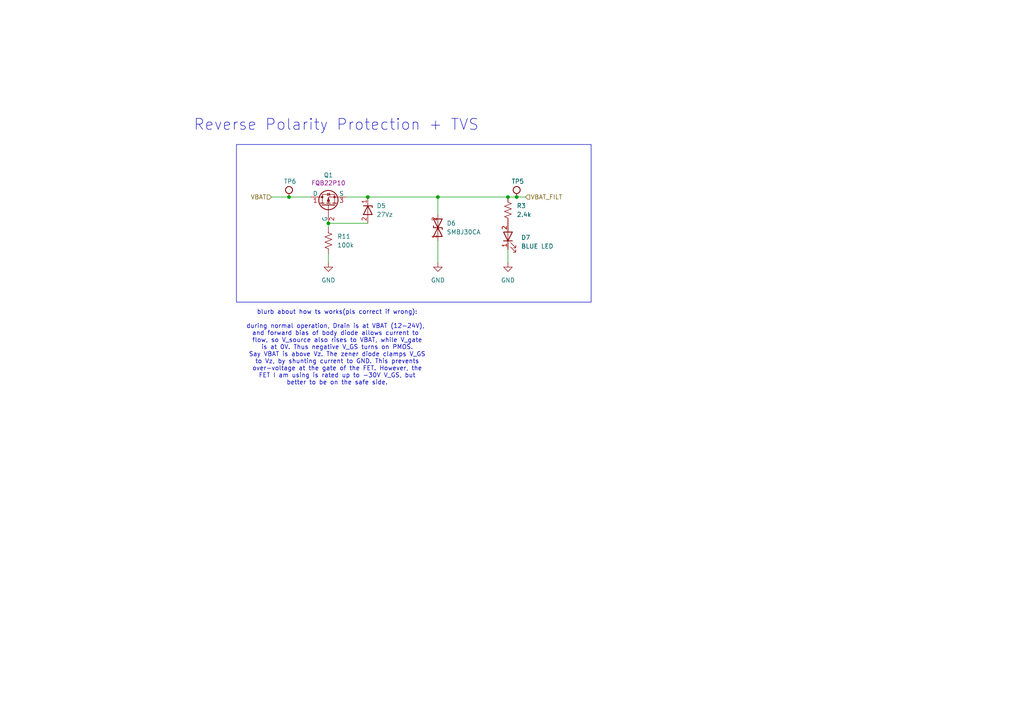
<source format=kicad_sch>
(kicad_sch (version 20250114) (generator "eeschema") (generator_version "9.0")
  (paper "A4")
  (lib_symbols
    (symbol ".Test-Point:RH-5015" (pin_numbers (hide yes)) (pin_names (hide yes))
      (property "Reference" "TP" (at 0 -15.24 0))
      (property "Value" "RH-5015" (at 0 -11.43 0))
      (symbol "RH-5015_1_1"
        (circle (center 0 2.032) (radius 1.016) (stroke (width 0.254)))
        (pin passive line (at 0 0 90) (length 0.9906) (name "1") (number "1"))
      )
    )
    (symbol "BFR Resistors:RMCF0603FT100K" (pin_numbers (hide yes))
      (property "Reference" "R" (at 0 2.54 0))
      (property "Value" "100k" (at 1.27 2.54 0))
      (symbol "RMCF0603FT100K_0_1"
        (polyline (pts (xy -2.286 0) (xy -2.54 0)))
        (polyline (pts (xy -2.286 0) (xy -1.905 1.016) (xy -1.524 0) (xy -1.143 -1.016) (xy -0.762 0)))
        (polyline (pts (xy -0.762 0) (xy -0.381 1.016) (xy 0 0) (xy 0.381 -1.016) (xy 0.762 0)))
        (polyline (pts (xy 0.762 0) (xy 1.143 1.016) (xy 1.524 0) (xy 1.905 -1.016) (xy 2.286 0)))
        (polyline (pts (xy 2.286 0) (xy 2.54 0)))
      )
      (symbol "RMCF0603FT100K_1_1"
        (pin passive line (at -3.81 0 0) (length 1.27) (name "~") (number "1"))
        (pin passive line (at 3.81 0 180) (length 1.27) (name "~") (number "2"))
      )
    )
    (symbol "BFR Resistors:RMCF0603FT2K40" (pin_numbers (hide yes))
      (property "Reference" "R" (at 0 2.54 0))
      (property "Value" "2.4k" (at 1.27 2.54 0))
      (symbol "RMCF0603FT2K40_0_1"
        (polyline (pts (xy -2.286 0) (xy -2.54 0)))
        (polyline (pts (xy -2.286 0) (xy -1.905 1.016) (xy -1.524 0) (xy -1.143 -1.016) (xy -0.762 0)))
        (polyline (pts (xy -0.762 0) (xy -0.381 1.016) (xy 0 0) (xy 0.381 -1.016) (xy 0.762 0)))
        (polyline (pts (xy 0.762 0) (xy 1.143 1.016) (xy 1.524 0) (xy 1.905 -1.016) (xy 2.286 0)))
        (polyline (pts (xy 2.286 0) (xy 2.54 0)))
      )
      (symbol "RMCF0603FT2K40_1_1"
        (pin passive line (at -3.81 0 0) (length 1.27) (name "~") (number "1"))
        (pin passive line (at 3.81 0 180) (length 1.27) (name "~") (number "2"))
      )
    )
    (symbol "Device:D_TVS" (pin_names (offset 1.016) (hide yes))
      (property "Reference" "D" (at 0 2.54 0))
      (property "Value" "D_TVS" (at 0 -2.54 0))
      (symbol "D_TVS_0_1"
        (polyline (pts (xy -2.54 1.27) (xy -2.54 -1.27) (xy 2.54 1.27) (xy 2.54 -1.27) (xy -2.54 1.27)) (stroke (width 0.254)))
        (polyline (pts (xy 0.508 1.27) (xy 0 1.27) (xy 0 -1.27) (xy -0.508 -1.27)) (stroke (width 0.254)))
        (polyline (pts (xy 1.27 0) (xy -1.27 0)))
      )
      (symbol "D_TVS_1_1"
        (pin passive line (at -3.81 0 0) (length 2.54) (name "A1") (number "1"))
        (pin passive line (at 3.81 0 180) (length 2.54) (name "A2") (number "2"))
      )
    )
    (symbol "Device:D_Zener" (pin_names (offset 1.016) (hide yes))
      (property "Reference" "D" (at 0 2.54 0))
      (property "Value" "D_Zener" (at 0 -2.54 0))
      (symbol "D_Zener_0_1"
        (polyline (pts (xy -1.27 -1.27) (xy -1.27 1.27) (xy -0.762 1.27)) (stroke (width 0.254)))
        (polyline (pts (xy 1.27 0) (xy -1.27 0)))
        (polyline (pts (xy 1.27 -1.27) (xy 1.27 1.27) (xy -1.27 0) (xy 1.27 -1.27)) (stroke (width 0.254)))
      )
      (symbol "D_Zener_1_1"
        (pin passive line (at -3.81 0 0) (length 2.54) (name "K") (number "1"))
        (pin passive line (at 3.81 0 180) (length 2.54) (name "A") (number "2"))
      )
    )
    (symbol "Device:LED" (pin_names (offset 1.016) (hide yes))
      (property "Reference" "D" (at 0 2.54 0))
      (property "Value" "LED" (at 0 -2.54 0))
      (symbol "LED_0_1"
        (polyline (pts (xy -3.048 -0.762) (xy -4.572 -2.286) (xy -3.81 -2.286) (xy -4.572 -2.286) (xy -4.572 -1.524)))
        (polyline (pts (xy -1.778 -0.762) (xy -3.302 -2.286) (xy -2.54 -2.286) (xy -3.302 -2.286) (xy -3.302 -1.524)))
        (polyline (pts (xy -1.27 0) (xy 1.27 0)))
        (polyline (pts (xy -1.27 -1.27) (xy -1.27 1.27)) (stroke (width 0.254)))
        (polyline (pts (xy 1.27 -1.27) (xy 1.27 1.27) (xy -1.27 0) (xy 1.27 -1.27)) (stroke (width 0.254)))
      )
      (symbol "LED_1_1"
        (pin passive line (at -3.81 0 0) (length 2.54) (name "K") (number "1"))
        (pin passive line (at 3.81 0 180) (length 2.54) (name "A") (number "2"))
      )
    )
    (symbol "Simulation_SPICE:PMOS" (pin_names (offset 0))
      (property "Reference" "Q" (at 5.08 1.27 0))
      (property "Value" "PMOS" (at 5.08 -1.27 0))
      (symbol "PMOS_0_1"
        (polyline (pts (xy 0.254 1.905) (xy 0.254 -1.905)) (stroke (width 0.254)))
        (polyline (pts (xy 0.254 0) (xy -2.54 0)))
        (polyline (pts (xy 0.762 2.286) (xy 0.762 1.27)) (stroke (width 0.254)))
        (polyline (pts (xy 0.762 1.778) (xy 3.302 1.778) (xy 3.302 -1.778) (xy 0.762 -1.778)))
        (polyline (pts (xy 0.762 0.508) (xy 0.762 -0.508)) (stroke (width 0.254)))
        (polyline (pts (xy 0.762 -1.27) (xy 0.762 -2.286)) (stroke (width 0.254)))
        (circle (center 1.651 0) (radius 2.794) (stroke (width 0.254)))
        (polyline (pts (xy 2.286 0) (xy 1.27 0.381) (xy 1.27 -0.381) (xy 2.286 0)) (fill (type outline)))
        (polyline (pts (xy 2.54 2.54) (xy 2.54 1.778)))
        (circle (center 2.54 1.778) (radius 0.254) (fill (type outline)))
        (circle (center 2.54 -1.778) (radius 0.254) (fill (type outline)))
        (polyline (pts (xy 2.54 -2.54) (xy 2.54 0) (xy 0.762 0)))
        (polyline (pts (xy 2.794 -0.508) (xy 2.921 -0.381) (xy 3.683 -0.381) (xy 3.81 -0.254)))
        (polyline (pts (xy 3.302 -0.381) (xy 2.921 0.254) (xy 3.683 0.254) (xy 3.302 -0.381)))
      )
      (symbol "PMOS_1_1"
        (pin input line (at -5.08 0 0) (length 2.54) (name "G") (number "2"))
        (pin passive line (at 2.54 5.08 270) (length 2.54) (name "D") (number "1"))
        (pin passive line (at 2.54 -5.08 90) (length 2.54) (name "S") (number "3"))
      )
    )
    (symbol "power:GND" (power) (pin_numbers (hide yes)) (pin_names (offset 0) (hide yes))
      (property "Value" "GND" (at 0 -3.81 0))
      (symbol "GND_0_1"
        (polyline (pts (xy 0 0) (xy 0 -1.27) (xy 1.27 -1.27) (xy 0 -2.54) (xy -1.27 -1.27) (xy 0 -1.27)))
      )
      (symbol "GND_1_1"
        (pin power_in line (at 0 0 270) (length 0) (name "~") (number "1"))
      )
    )
  )
  (rectangle (start 68.58 41.91) (end 171.45 87.63))
  (text "blurb about how ts works(pls correct if wrong):\n\nduring normal operation, Drain is at VBAT (12-24V), \nand forward bias of body diode allows current to \nflow, so V_source also rises to VBAT, while V_gate\nis at 0V. Thus negative V_GS turns on PMOS.\nSay VBAT is above Vz. The zener diode clamps V_GS\nto Vz, by shunting current to GND. This prevents\nover-voltage at the gate of the FET. However, the\nFET I am using is rated up to -30V V_GS, but\nbetter to be on the safe side.\n" (at 97.79 100.838 0) (effects (font (size 1.27 1.27))))
  (text "Reverse Polarity Protection + TVS\n\n" (at 97.536 38.862 0) (effects (font (size 3.175 3.175))))
  (junction (at 147.32 57.15))
  (junction (at 149.86 57.15))
  (junction (at 127 57.15))
  (junction (at 106.68 57.15))
  (junction (at 95.25 64.77))
  (junction (at 83.82 57.15))
  (wire (pts (xy 95.25 64.77) (xy 95.25 66.04)))
  (wire (pts (xy 127 57.15) (xy 147.32 57.15)))
  (wire (pts (xy 83.82 57.15) (xy 90.17 57.15)))
  (wire (pts (xy 78.74 57.15) (xy 83.82 57.15)))
  (wire (pts (xy 106.68 57.15) (xy 127 57.15)))
  (wire (pts (xy 95.25 64.77) (xy 106.68 64.77)))
  (wire (pts (xy 100.33 57.15) (xy 106.68 57.15)))
  (wire (pts (xy 147.32 57.15) (xy 149.86 57.15)))
  (wire (pts (xy 127 62.23) (xy 127 57.15)))
  (wire (pts (xy 149.86 57.15) (xy 152.4 57.15)))
  (wire (pts (xy 95.25 73.66) (xy 95.25 76.2)))
  (wire (pts (xy 147.32 72.39) (xy 147.32 76.2)))
  (wire (pts (xy 127 69.85) (xy 127 76.2)))
  (hierarchical_label "VBAT" (shape input) (at 78.74 57.15 180))
  (hierarchical_label "VBAT_FILT" (shape input) (at 152.4 57.15 0))
  (symbol (lib_id "Simulation_SPICE:PMOS") (at 95.25 59.69 90) (unit 1)
    (property "Reference" "Q1" (at 95.25 50.8 90))
    (property "Value" "PMOS" (effects (hide yes)))
    (property "Footprint" "FQB22P10:Untitled" (effects (hide yes)))
    (property "Datasheet" "https://www.onsemi.com/pdf/datasheet/fqb22p10-d.pdf" (effects (hide yes)))
    (property "Description" "P-MOSFET transistor, drain/source/gate" (effects (hide yes)))
    (property "Sim.Device" "PMOS" (effects (hide yes)))
    (property "Sim.Type" "VDMOS" (effects (hide yes)))
    (property "Sim.Pins" "1=D 2=G 3=S" (effects (hide yes)))
    (property "P/N" "FQB22P10" (at 95.25 53.086 90))
    (property "LCSC P/N" "C108357" (effects (hide yes)))
    (property "Mouser P/N" "512-FQB22P10TM" (effects (hide yes)))
  )
  (symbol (lib_id "Device:D_Zener") (at 106.68 60.96 270) (unit 1)
    (property "Reference" "D5" (at 109.22 59.6899 90) (effects (justify left)))
    (property "Value" "27Vz" (at 109.22 62.2299 90) (effects (justify left)))
    (property "Footprint" "Diode_SMD:D_SMA" (effects (hide yes)))
    (property "Datasheet" "https://www.mouser.com/datasheet/2/258/SMAF4735A_SMAF4764A_DO_221AC_-3536187.pdf" (effects (hide yes)))
    (property "Description" "Zener diode" (effects (hide yes)))
    (property "P/N" "SMAF4750A-TP " (effects (hide yes)))
    (property "Mouser P/N" "833-SMAF4750A-TP " (effects (hide yes)))
    (property "LCSC P/N" "C712317" (effects (hide yes)))
  )
  (symbol (lib_id ".Test-Point:RH-5015") (at 149.86 57.15 0) (unit 1)
    (property "Reference" "TP5" (at 148.3368 51.8937 0) (effects (justify left top)))
    (property "Value" "RH-5015" (effects (hide yes)))
    (property "Footprint" "TestPoint:TestPoint_Keystone_5015_Micro_Mini" (effects (hide yes)))
    (property "Datasheet" "https://wmsc.lcsc.com/wmsc/upload/file/pdf/v2/lcsc/2310260935_ronghe-RH-5015_C5199798.pdf" (effects (hide yes)))
    (property "Description" "Surface-mount grabby test point" (effects (hide yes)))
    (property "Link" "https://jlcpcb.com/partdetail/Ronghe-RH5015/C5199798" (effects (hide yes)))
    (property "Digikey P/N" "36-5015CT-ND" (effects (hide yes)))
    (property "Mouser P/N" "534-5015" (effects (hide yes)))
    (property "LCSC P/N" "C5199798" (effects (hide yes)))
    (property "Manufacturer" "Ronghe" (effects (hide yes)))
    (property "Manufacturer P/N" "RH-5015" (effects (hide yes)))
    (property "LCSC Part #" "C5199798" (effects (hide yes)))
  )
  (symbol (lib_id ".Test-Point:RH-5015") (at 83.82 57.15 0) (unit 1)
    (property "Reference" "TP6" (at 82.2968 51.8937 0) (effects (justify left top)))
    (property "Value" "RH-5015" (effects (hide yes)))
    (property "Footprint" "TestPoint:TestPoint_Keystone_5015_Micro_Mini" (effects (hide yes)))
    (property "Datasheet" "https://wmsc.lcsc.com/wmsc/upload/file/pdf/v2/lcsc/2310260935_ronghe-RH-5015_C5199798.pdf" (effects (hide yes)))
    (property "Description" "Surface-mount grabby test point" (effects (hide yes)))
    (property "Link" "https://jlcpcb.com/partdetail/Ronghe-RH5015/C5199798" (effects (hide yes)))
    (property "Digikey P/N" "36-5015CT-ND" (effects (hide yes)))
    (property "Mouser P/N" "534-5015" (effects (hide yes)))
    (property "LCSC P/N" "C5199798" (effects (hide yes)))
    (property "Manufacturer" "Ronghe" (effects (hide yes)))
    (property "Manufacturer P/N" "RH-5015" (effects (hide yes)))
    (property "LCSC Part #" "C5199798" (effects (hide yes)))
  )
  (symbol (lib_id "power:GND") (at 127 76.2 0) (unit 1)
    (property "Reference" "#PWR059" (effects (hide yes)))
    (property "Value" "GND" (at 127 81.28 0))
    (property "Description" "Power symbol creates a global label with name \"GND\" , ground" (effects (hide yes)))
  )
  (symbol (lib_id "Device:LED") (at 147.32 68.58 90) (unit 1)
    (property "Reference" "D7" (at 151.13 68.8974 90) (effects (justify right)))
    (property "Value" "BLUE LED" (at 151.13 71.4374 90) (effects (justify right)))
    (property "Footprint" "LED_SMD:LED_0603_1608Metric_Pad1.05x0.95mm_HandSolder" (effects (hide yes)))
    (property "Datasheet" "https://www.mouser.com/datasheet/2/239/LTST_C191TBKT-1141567.pdf" (effects (hide yes)))
    (property "Description" "Light emitting diode" (effects (hide yes)))
    (property "Sim.Pins" "1=K 2=A" (effects (hide yes)))
    (property "P/N" " LTST-C191TBKT" (effects (hide yes)))
    (property "Mouser P/N" "859-LTST-C191TBKT " (effects (hide yes)))
    (property "LCSC P/N" "C99290" (effects (hide yes)))
  )
  (symbol (lib_id "BFR Resistors:RMCF0603FT100K") (at 95.25 69.85 270) (unit 1)
    (property "Reference" "R11" (at 97.79 68.5799 90) (effects (justify left)))
    (property "Value" "100k" (at 97.79 71.1199 90) (effects (justify left)))
    (property "Footprint" "Resistor_SMD:R_0603_1608Metric_Pad0.98x0.95mm_HandSolder" (effects (hide yes)))
    (property "Datasheet" "https://www.seielect.com/catalog/sei-rmcf_rmcp.pdf" (effects (hide yes)))
    (property "Description" "100kΩ 0603 JLCPCB Basic Resistor" (effects (hide yes)))
    (property "Sim.Device" "SUBCKT" (effects (hide yes)))
    (property "Sim.Pins" "1=P1 2=P2" (effects (hide yes)))
    (property "Sim.Library" "${BFRUH_DIR}/Electronics/spice_models/bfr_resistors/RMCF0603FT100K.lib" (effects (hide yes)))
    (property "Sim.Name" "RMCF0603FT100K" (effects (hide yes)))
    (property "Pretty Name" "100kΩ 0603 Resistor" (effects (hide yes)))
    (property "Order From" "LCSC" (effects (hide yes)))
    (property "Digikey P/N" "RMCF0603FT100KCT-ND" (effects (hide yes)))
    (property "Mouser P/N" "708-RMCF0603FT100K" (effects (hide yes)))
    (property "LCSC P/N" "C25803" (effects (hide yes)))
    (property "JLCPCB Basic Part" "Yes" (effects (hide yes)))
    (property "Created by" "resistor_generator.py script using e24_resistor_bible_spec.txt" (effects (hide yes)))
  )
  (symbol (lib_id "Device:D_TVS") (at 127 66.04 90) (unit 1)
    (property "Reference" "D6" (at 129.54 64.7699 90) (effects (justify right)))
    (property "Value" "SMBJ30CA" (at 129.54 67.3099 90) (effects (justify right)))
    (property "Footprint" "Diode_SMD:D_SMB" (effects (hide yes)))
    (property "Datasheet" "https://www.littelfuse.com/assetdocs/tvs-diodes-smbj-series-datasheet?assetguid=ba555e99-a12d-4f72-a0b6-86b06c67171e" (effects (hide yes)))
    (property "Description" "Bidirectional transient-voltage-suppression diode" (effects (hide yes)))
    (property "P/N" "SMBJ30CA" (effects (hide yes)))
    (property "Mouser P/N" "576-SMBJ30CA " (effects (hide yes)))
    (property "LCSC P/N" "C8837" (effects (hide yes)))
  )
  (symbol (lib_id "power:GND") (at 95.25 76.2 0) (unit 1)
    (property "Reference" "#PWR058" (effects (hide yes)))
    (property "Value" "GND" (at 95.25 81.28 0))
    (property "Description" "Power symbol creates a global label with name \"GND\" , ground" (effects (hide yes)))
  )
  (symbol (lib_id "BFR Resistors:RMCF0603FT2K40") (at 147.32 60.96 90) (unit 1)
    (property "Reference" "R3" (at 149.86 59.6899 90) (effects (justify right)))
    (property "Value" "2.4k" (at 149.86 62.2299 90) (effects (justify right)))
    (property "Footprint" "Resistor_SMD:R_0603_1608Metric_Pad0.98x0.95mm_HandSolder" (effects (hide yes)))
    (property "Datasheet" "https://www.seielect.com/catalog/sei-rmcf_rmcp.pdf" (effects (hide yes)))
    (property "Description" "2.4kΩ 0603 JLCPCB Basic Resistor" (effects (hide yes)))
    (property "Sim.Device" "SUBCKT" (effects (hide yes)))
    (property "Sim.Pins" "1=P1 2=P2" (effects (hide yes)))
    (property "Sim.Library" "${BFRUH_DIR}/Electronics/spice_models/bfr_resistors/RMCF0603FT2K40.lib" (effects (hide yes)))
    (property "Sim.Name" "RMCF0603FT2K40" (effects (hide yes)))
    (property "Pretty Name" "2.4kΩ 0603 Resistor" (effects (hide yes)))
    (property "Order From" "LCSC" (effects (hide yes)))
    (property "Digikey P/N" "RMCF0603FT2K40CT-ND" (effects (hide yes)))
    (property "Mouser P/N" "708-RMCF0603FT2K40" (effects (hide yes)))
    (property "LCSC P/N" "C22940" (effects (hide yes)))
    (property "JLCPCB Basic Part" "Yes" (effects (hide yes)))
    (property "Created by" "resistor_generator.py script using e24_resistor_bible_spec.txt" (effects (hide yes)))
  )
  (symbol (lib_id "power:GND") (at 147.32 76.2 0) (unit 1)
    (property "Reference" "#PWR060" (effects (hide yes)))
    (property "Value" "GND" (at 147.32 81.28 0))
    (property "Description" "Power symbol creates a global label with name \"GND\" , ground" (effects (hide yes)))
  )
)
</source>
